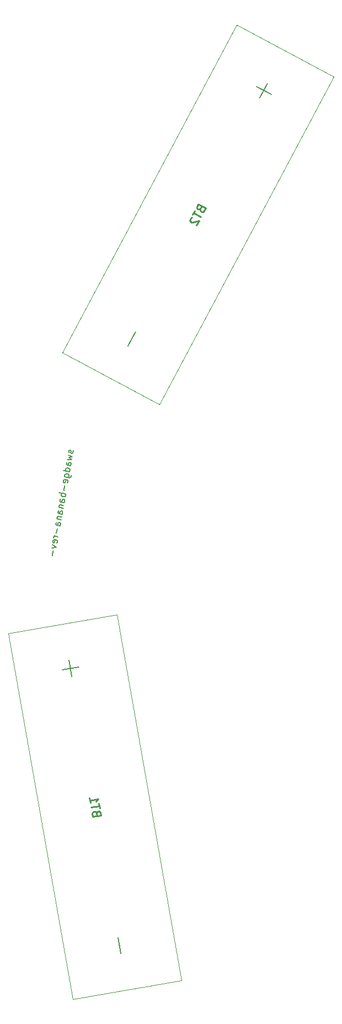
<source format=gbo>
G04 #@! TF.GenerationSoftware,KiCad,Pcbnew,5.1.3-ffb9f22~84~ubuntu18.04.1*
G04 #@! TF.CreationDate,2019-10-26T21:40:40-04:00*
G04 #@! TF.ProjectId,swadge-banana,73776164-6765-42d6-9261-6e616e612e6b,rev?*
G04 #@! TF.SameCoordinates,Original*
G04 #@! TF.FileFunction,Legend,Bot*
G04 #@! TF.FilePolarity,Positive*
%FSLAX46Y46*%
G04 Gerber Fmt 4.6, Leading zero omitted, Abs format (unit mm)*
G04 Created by KiCad (PCBNEW 5.1.3-ffb9f22~84~ubuntu18.04.1) date 2019-10-26 21:40:40*
%MOMM*%
%LPD*%
G04 APERTURE LIST*
%ADD10C,0.150000*%
%ADD11C,0.100000*%
%ADD12C,0.254000*%
G04 APERTURE END LIST*
D10*
X134413008Y-95104793D02*
X134443366Y-95206854D01*
X134410290Y-95394436D01*
X134346856Y-95479958D01*
X134244796Y-95510316D01*
X134197900Y-95502047D01*
X134112378Y-95438613D01*
X134082020Y-95336553D01*
X134106827Y-95195866D01*
X134076470Y-95093806D01*
X133990947Y-95030373D01*
X133944052Y-95022104D01*
X133841992Y-95052461D01*
X133778558Y-95137984D01*
X133753751Y-95278671D01*
X133784109Y-95380731D01*
X133671062Y-95747627D02*
X134294524Y-96050975D01*
X133792492Y-96155867D01*
X134228373Y-96426139D01*
X133538758Y-96497956D01*
X134054724Y-97410947D02*
X133538873Y-97319989D01*
X133453350Y-97256555D01*
X133422993Y-97154495D01*
X133456069Y-96966912D01*
X133519502Y-96881390D01*
X134007829Y-97402678D02*
X134071262Y-97317156D01*
X134112607Y-97082678D01*
X134082249Y-96980618D01*
X133996727Y-96917184D01*
X133902936Y-96900646D01*
X133800876Y-96931004D01*
X133737442Y-97016526D01*
X133696097Y-97251004D01*
X133632664Y-97336526D01*
X133897614Y-98301964D02*
X132912806Y-98128315D01*
X133850719Y-98293695D02*
X133914152Y-98208172D01*
X133947228Y-98020590D01*
X133916870Y-97918530D01*
X133878244Y-97863365D01*
X133792721Y-97799932D01*
X133511348Y-97750318D01*
X133409288Y-97780676D01*
X133354123Y-97819302D01*
X133290689Y-97904825D01*
X133257614Y-98092407D01*
X133287971Y-98194467D01*
X133083965Y-99077215D02*
X133881191Y-99217787D01*
X133983251Y-99187429D01*
X134038415Y-99148803D01*
X134101849Y-99063281D01*
X134126656Y-98922594D01*
X134096298Y-98820534D01*
X133693608Y-99184711D02*
X133757042Y-99099189D01*
X133790118Y-98911607D01*
X133759760Y-98809546D01*
X133721133Y-98754382D01*
X133635611Y-98690948D01*
X133354237Y-98641335D01*
X133252177Y-98671692D01*
X133197013Y-98710319D01*
X133133579Y-98795841D01*
X133100503Y-98983424D01*
X133130861Y-99085484D01*
X133544767Y-100028832D02*
X133608201Y-99943310D01*
X133641276Y-99755727D01*
X133610919Y-99653667D01*
X133525396Y-99590234D01*
X133150232Y-99524082D01*
X133048171Y-99554440D01*
X132984738Y-99639962D01*
X132951662Y-99827544D01*
X132982020Y-99929605D01*
X133067542Y-99993038D01*
X133161333Y-100009576D01*
X133337814Y-99557158D01*
X133133808Y-100439906D02*
X133001505Y-101190235D01*
X133293980Y-101725343D02*
X132309172Y-101551695D01*
X132684337Y-101617847D02*
X132620904Y-101703369D01*
X132587828Y-101890951D01*
X132618185Y-101993011D01*
X132656812Y-102048176D01*
X132742334Y-102111609D01*
X133023708Y-102161223D01*
X133125768Y-102130866D01*
X133180933Y-102092239D01*
X133244366Y-102006717D01*
X133277442Y-101819134D01*
X133247084Y-101717074D01*
X133062449Y-103038420D02*
X132546597Y-102947461D01*
X132461075Y-102884028D01*
X132430718Y-102781968D01*
X132463793Y-102594385D01*
X132527227Y-102508863D01*
X133015554Y-103030151D02*
X133078987Y-102944629D01*
X133120332Y-102710151D01*
X133089974Y-102608091D01*
X133004452Y-102544657D01*
X132910661Y-102528119D01*
X132808601Y-102558477D01*
X132745167Y-102643999D01*
X132703822Y-102878477D01*
X132640389Y-102963999D01*
X132323221Y-103391611D02*
X132979760Y-103507376D01*
X132417012Y-103408149D02*
X132361848Y-103446775D01*
X132298414Y-103532297D01*
X132273607Y-103672984D01*
X132303965Y-103775044D01*
X132389487Y-103838478D01*
X132905339Y-103929437D01*
X132748229Y-104820453D02*
X132232377Y-104729495D01*
X132146855Y-104666061D01*
X132116497Y-104564001D01*
X132149573Y-104376418D01*
X132213006Y-104290896D01*
X132701333Y-104812184D02*
X132764767Y-104726662D01*
X132806111Y-104492184D01*
X132775754Y-104390124D01*
X132690231Y-104326690D01*
X132596440Y-104310152D01*
X132494380Y-104340510D01*
X132430946Y-104426032D01*
X132389602Y-104660510D01*
X132326168Y-104746032D01*
X132009001Y-105173644D02*
X132665539Y-105289409D01*
X132102792Y-105190182D02*
X132047627Y-105228808D01*
X131984194Y-105314331D01*
X131959387Y-105455017D01*
X131989744Y-105557078D01*
X132075267Y-105620511D01*
X132591118Y-105711470D01*
X132434008Y-106602486D02*
X131918156Y-106511528D01*
X131832634Y-106448094D01*
X131802276Y-106346034D01*
X131835352Y-106158451D01*
X131898786Y-106072929D01*
X132387113Y-106594217D02*
X132450546Y-106508695D01*
X132491891Y-106274217D01*
X132461533Y-106172157D01*
X132376011Y-106108723D01*
X132282220Y-106092185D01*
X132180160Y-106122543D01*
X132116726Y-106208065D01*
X132075381Y-106442543D01*
X132011948Y-106528066D01*
X131976154Y-107005291D02*
X131843850Y-107755620D01*
X132136326Y-108290728D02*
X131479787Y-108174963D01*
X131667369Y-108208038D02*
X131565309Y-108238396D01*
X131510145Y-108277023D01*
X131446711Y-108362545D01*
X131430173Y-108456336D01*
X131915782Y-109267267D02*
X131979215Y-109181745D01*
X132012291Y-108994162D01*
X131981933Y-108892102D01*
X131896411Y-108828668D01*
X131521246Y-108762517D01*
X131419186Y-108792874D01*
X131355753Y-108878397D01*
X131322677Y-109065979D01*
X131353034Y-109168039D01*
X131438557Y-109231473D01*
X131532348Y-109248011D01*
X131708829Y-108795593D01*
X131239987Y-109534935D02*
X131855181Y-109885179D01*
X131157298Y-110003891D01*
X131372520Y-110428670D02*
X131240216Y-111179000D01*
X141744597Y-172262705D02*
X141303531Y-169761294D01*
X134246469Y-129738706D02*
X133805403Y-127237295D01*
X135276642Y-128267467D02*
X132775230Y-128708534D01*
D11*
X134407272Y-179283480D02*
X151040675Y-176350562D01*
X124509325Y-123149438D02*
X134407272Y-179283480D01*
X141142728Y-120216520D02*
X124509325Y-123149438D01*
X151040675Y-176350562D02*
X141142728Y-120216520D01*
D10*
X142842880Y-79059182D02*
X144035338Y-76816495D01*
X163114662Y-40933505D02*
X164307120Y-38690818D01*
X164832234Y-40408390D02*
X162589548Y-39215933D01*
D11*
X132738568Y-80074319D02*
X147651553Y-88003694D01*
X159498447Y-29746306D02*
X132738568Y-80074319D01*
X174411432Y-37675681D02*
X159498447Y-29746306D01*
X147651553Y-88003694D02*
X174411432Y-37675681D01*
D12*
X138037612Y-150716945D02*
X137946550Y-150548774D01*
X137876491Y-150499718D01*
X137746874Y-150461164D01*
X137568202Y-150492669D01*
X137459589Y-150573229D01*
X137410533Y-150643288D01*
X137371978Y-150772905D01*
X137455991Y-151249364D01*
X138706697Y-151028831D01*
X138633186Y-150611929D01*
X138552625Y-150503316D01*
X138482566Y-150454260D01*
X138352950Y-150415705D01*
X138233835Y-150436709D01*
X138125222Y-150517269D01*
X138076166Y-150587328D01*
X138037612Y-150716945D01*
X138111123Y-151133847D01*
X138517669Y-149956797D02*
X138391650Y-149242108D01*
X137203953Y-149819986D02*
X138454659Y-149599453D01*
X136951915Y-148390608D02*
X137077934Y-149105297D01*
X137014925Y-148747952D02*
X138265631Y-148527419D01*
X138107962Y-148678039D01*
X138009850Y-148818157D01*
X137971296Y-148947773D01*
X153963369Y-57951356D02*
X153931591Y-58139940D01*
X153956596Y-58221729D01*
X154034999Y-58331910D01*
X154195191Y-58417086D01*
X154330377Y-58420472D01*
X154412167Y-58395467D01*
X154522348Y-58317064D01*
X154749482Y-57889885D01*
X153628139Y-57293656D01*
X153429396Y-57667438D01*
X153426010Y-57802624D01*
X153451015Y-57884413D01*
X153529418Y-57994594D01*
X153636212Y-58051378D01*
X153771399Y-58054764D01*
X153853188Y-58029759D01*
X153963369Y-57951356D01*
X154162112Y-57577575D01*
X153117086Y-58254808D02*
X152776383Y-58895576D01*
X154068078Y-59171421D02*
X152946735Y-58575192D01*
X152712827Y-59272743D02*
X152631038Y-59297749D01*
X152520857Y-59376151D01*
X152378898Y-59643138D01*
X152375511Y-59778324D01*
X152400517Y-59860114D01*
X152478919Y-59970295D01*
X152585714Y-60027078D01*
X152774298Y-60058857D01*
X153755768Y-59758791D01*
X153386674Y-60452956D01*
M02*

</source>
